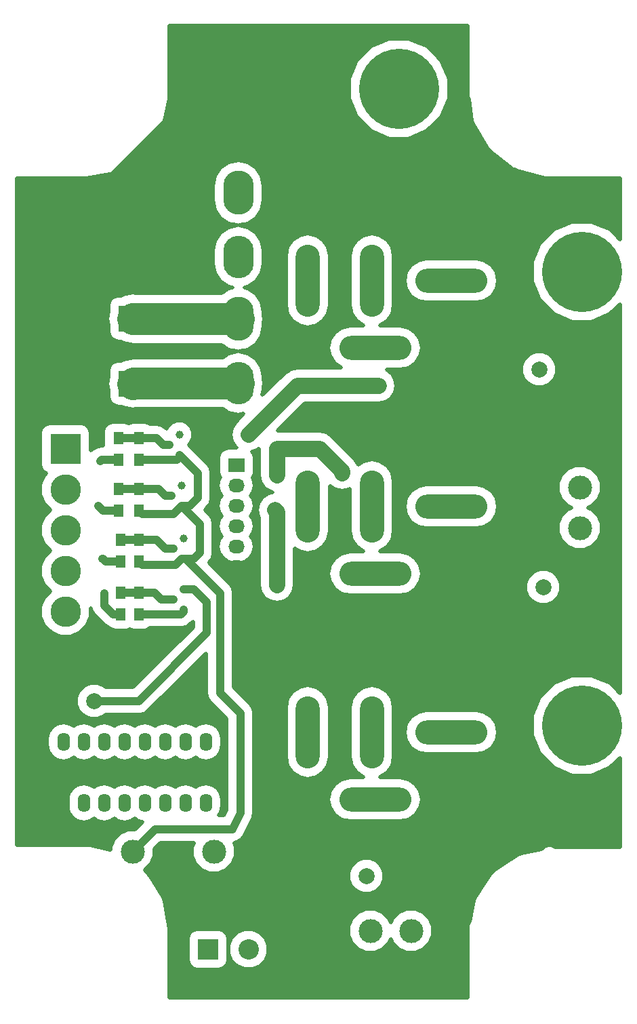
<source format=gbr>
G04 #@! TF.FileFunction,Copper,L1,Top,Signal*
%FSLAX46Y46*%
G04 Gerber Fmt 4.6, Leading zero omitted, Abs format (unit mm)*
G04 Created by KiCad (PCBNEW 4.0.6) date Monday, 02 August 2021 'AMt' 08:08:07*
%MOMM*%
%LPD*%
G01*
G04 APERTURE LIST*
%ADD10C,0.100000*%
%ADD11R,3.600000X3.200000*%
%ADD12C,1.998980*%
%ADD13O,3.800000X5.500000*%
%ADD14O,3.800000X5.300000*%
%ADD15C,1.000760*%
%ADD16R,1.300000X1.500000*%
%ADD17O,1.600000X2.300000*%
%ADD18C,3.000000*%
%ADD19O,9.000000X3.000000*%
%ADD20O,3.000000X9.000000*%
%ADD21R,2.540000X2.540000*%
%ADD22C,2.540000*%
%ADD23C,3.810000*%
%ADD24R,3.810000X3.810000*%
%ADD25C,10.000000*%
%ADD26R,2.032000X1.727200*%
%ADD27O,2.032000X1.727200*%
%ADD28C,0.600000*%
%ADD29C,2.000000*%
%ADD30C,4.000000*%
%ADD31C,1.000000*%
%ADD32C,0.500000*%
G04 APERTURE END LIST*
D10*
D11*
X17432000Y79693000D03*
X9232000Y79693000D03*
D12*
X4950000Y40069000D03*
X12570000Y40069000D03*
X68196000Y73851000D03*
X68196000Y81471000D03*
X68704000Y46673000D03*
X68704000Y54293000D03*
X54226000Y18225000D03*
X46606000Y18225000D03*
D13*
X30604000Y87757000D03*
D14*
X30604000Y79757000D03*
D15*
X22476000Y52769000D03*
X23746000Y54039000D03*
X23746000Y51499000D03*
X21968000Y72073000D03*
X23238000Y73343000D03*
X23238000Y70803000D03*
X22222000Y65723000D03*
X23492000Y66993000D03*
X23492000Y64453000D03*
X22476000Y59119000D03*
X23746000Y60389000D03*
X23746000Y57849000D03*
D16*
X15872000Y53611000D03*
X15872000Y50911000D03*
X15618000Y72915000D03*
X15618000Y70215000D03*
X15618000Y66565000D03*
X15618000Y63865000D03*
X15872000Y60215000D03*
X15872000Y57515000D03*
X18158000Y53611000D03*
X18158000Y50911000D03*
X18158000Y72915000D03*
X18158000Y70215000D03*
X18158000Y66565000D03*
X18158000Y63865000D03*
X18158000Y60215000D03*
X18158000Y57515000D03*
D17*
X8760000Y27369000D03*
X11300000Y27369000D03*
X13840000Y27369000D03*
X16380000Y27369000D03*
X18920000Y27369000D03*
X21460000Y27369000D03*
X24000000Y27369000D03*
X26540000Y27369000D03*
X26540000Y34989000D03*
X24000000Y34989000D03*
X21460000Y34989000D03*
X18920000Y34989000D03*
X16380000Y34989000D03*
X13840000Y34989000D03*
X11300000Y34989000D03*
X8760000Y34989000D03*
D11*
X17432000Y87821000D03*
X9232000Y87821000D03*
D13*
X30604000Y103505000D03*
D14*
X30604000Y95505000D03*
D18*
X27556000Y21273000D03*
X17396000Y21273000D03*
D19*
X47700000Y84169000D03*
X47700000Y100969000D03*
X57200000Y92569000D03*
D20*
X47300000Y92569000D03*
X39300000Y92569000D03*
D19*
X47700000Y55975000D03*
X47700000Y72775000D03*
X57200000Y64375000D03*
D20*
X47300000Y64375000D03*
X39300000Y64375000D03*
D19*
X47700000Y27781000D03*
X47700000Y44581000D03*
X57200000Y36181000D03*
D20*
X47300000Y36181000D03*
X39300000Y36181000D03*
D21*
X26794000Y9081000D03*
D22*
X31874000Y9081000D03*
X36954000Y9081000D03*
D23*
X9014000Y66485000D03*
X9014000Y61405000D03*
D24*
X9014000Y71565000D03*
D23*
X9014000Y56325000D03*
X9014000Y51245000D03*
X9014000Y46165000D03*
D18*
X52194000Y11367000D03*
X47114000Y11367000D03*
X73276000Y61659000D03*
X73276000Y66739000D03*
D25*
X73530000Y93663000D03*
X73530000Y37021000D03*
X50670000Y116523000D03*
X30096000Y116777000D03*
D26*
X30350000Y69533000D03*
D27*
X30350000Y66993000D03*
X30350000Y64453000D03*
X30350000Y61913000D03*
X30350000Y59373000D03*
X30350000Y56833000D03*
D28*
X31112000Y52261000D03*
X65656000Y100521000D03*
X13078000Y64453000D03*
X13840000Y53531000D03*
X13586000Y57849000D03*
X13332000Y70041000D03*
X48130000Y79439000D03*
X31874000Y73343000D03*
X35430000Y68263000D03*
X43558000Y68517000D03*
X35430000Y54547000D03*
X35176000Y63945000D03*
D29*
X4950000Y40069000D02*
X4950000Y42609000D01*
X3934000Y76899000D02*
X6728000Y79693000D01*
X3934000Y43625000D02*
X3934000Y76899000D01*
X4950000Y42609000D02*
X3934000Y43625000D01*
D30*
X4950000Y88075000D02*
X4950000Y81471000D01*
X6728000Y79693000D02*
X9232000Y79693000D01*
X4950000Y81471000D02*
X6728000Y79693000D01*
X4731998Y88075000D02*
X4950000Y88075000D01*
X4950000Y88075000D02*
X8978000Y88075000D01*
X8978000Y88075000D02*
X9232000Y87821000D01*
X6982000Y94933000D02*
X4731998Y92682998D01*
X4731998Y92682998D02*
X4731998Y88075000D01*
X30096000Y116777000D02*
X27556000Y114237000D01*
X27556000Y114237000D02*
X25524000Y114237000D01*
X25524000Y114237000D02*
X14094000Y102807000D01*
X14094000Y102807000D02*
X13078000Y102807000D01*
X13078000Y102807000D02*
X6982000Y96711000D01*
X6982000Y96711000D02*
X6982000Y94933000D01*
X30096000Y116777000D02*
X30096000Y115761000D01*
X30096000Y115761000D02*
X9268000Y94933000D01*
X9268000Y94933000D02*
X9268000Y87857000D01*
X30096000Y116777000D02*
X33906000Y116777000D01*
X33906000Y116777000D02*
X47700000Y102983000D01*
X47700000Y102983000D02*
X47700000Y100969000D01*
D29*
X34414000Y49721000D02*
X65656000Y49721000D01*
X31874000Y52261000D02*
X34414000Y49721000D01*
X31112000Y52261000D02*
X31874000Y52261000D01*
X65656000Y49721000D02*
X68704000Y46673000D01*
X68704000Y46673000D02*
X68196000Y46673000D01*
X68196000Y46673000D02*
X64640000Y43117000D01*
X64640000Y28639000D02*
X54226000Y18225000D01*
X64640000Y43117000D02*
X64640000Y28639000D01*
X68196000Y73851000D02*
X67434000Y73851000D01*
X67434000Y73851000D02*
X64132000Y70549000D01*
X64132000Y70549000D02*
X64132000Y51245000D01*
X64132000Y51245000D02*
X68704000Y46673000D01*
X64386000Y77661000D02*
X68196000Y73851000D01*
X64386000Y99251000D02*
X64386000Y77661000D01*
X65656000Y100521000D02*
X64386000Y99251000D01*
D30*
X9268000Y87857000D02*
X9232000Y87821000D01*
X9522000Y88111000D02*
X9232000Y87821000D01*
X9232000Y87821000D02*
X9232000Y79693000D01*
X30604000Y79757000D02*
X17496000Y79757000D01*
X17496000Y79757000D02*
X17432000Y79693000D01*
D31*
X23746000Y51499000D02*
X23746000Y51245000D01*
X23746000Y51245000D02*
X23412000Y50911000D01*
X23412000Y50911000D02*
X18158000Y50911000D01*
X26667000Y52388000D02*
X26667000Y48578000D01*
X26667000Y52388000D02*
X25016000Y54039000D01*
X23746000Y54039000D02*
X25016000Y54039000D01*
X18158000Y40069000D02*
X12570000Y40069000D01*
X26667000Y48578000D02*
X18158000Y40069000D01*
D30*
X30604000Y87757000D02*
X17496000Y87757000D01*
X17496000Y87757000D02*
X17432000Y87821000D01*
D31*
X30858000Y38545000D02*
X30858000Y26099000D01*
X28318000Y53531000D02*
X28318000Y41085000D01*
X28318000Y41085000D02*
X30858000Y38545000D01*
X24000000Y57849000D02*
X28318000Y53531000D01*
X20190000Y24067000D02*
X17396000Y21273000D01*
X29842000Y24067000D02*
X20190000Y24067000D01*
X30858000Y26099000D02*
X29842000Y24067000D01*
X23746000Y57849000D02*
X24000000Y57849000D01*
X22904000Y70215000D02*
X18158000Y70215000D01*
X23492000Y64453000D02*
X24508000Y64453000D01*
X25524000Y68517000D02*
X23238000Y70803000D01*
X25524000Y65469000D02*
X25524000Y68517000D01*
X24508000Y64453000D02*
X25524000Y65469000D01*
X23746000Y57849000D02*
X25016000Y57849000D01*
X25778000Y62167000D02*
X23492000Y64453000D01*
X25778000Y58611000D02*
X25778000Y62167000D01*
X25016000Y57849000D02*
X25778000Y58611000D01*
X23746000Y57849000D02*
X23492000Y57849000D01*
X23492000Y57849000D02*
X22730000Y57087000D01*
X22730000Y57087000D02*
X18586000Y57087000D01*
X18586000Y57087000D02*
X18158000Y57515000D01*
X23492000Y64453000D02*
X22476000Y63437000D01*
X22476000Y63437000D02*
X18586000Y63437000D01*
X18586000Y63437000D02*
X18158000Y63865000D01*
X23238000Y70803000D02*
X23238000Y70549000D01*
X23238000Y70549000D02*
X22904000Y70215000D01*
X15618000Y63865000D02*
X13666000Y63865000D01*
X13666000Y63865000D02*
X13078000Y64453000D01*
X15872000Y50911000D02*
X14936000Y50911000D01*
X13840000Y52007000D02*
X13840000Y53531000D01*
X14936000Y50911000D02*
X13840000Y52007000D01*
X15872000Y57515000D02*
X14014000Y57515000D01*
X13680000Y57849000D02*
X13586000Y57849000D01*
X14014000Y57515000D02*
X13680000Y57849000D01*
X15618000Y70215000D02*
X13506000Y70215000D01*
X13506000Y70215000D02*
X13332000Y70041000D01*
X18158000Y53611000D02*
X15872000Y53611000D01*
X22476000Y52769000D02*
X20952000Y52769000D01*
X20110000Y53611000D02*
X18158000Y53611000D01*
X20952000Y52769000D02*
X20110000Y53611000D01*
X18158000Y72915000D02*
X15618000Y72915000D01*
X21968000Y72073000D02*
X21206000Y72073000D01*
X20364000Y72915000D02*
X18158000Y72915000D01*
X21206000Y72073000D02*
X20364000Y72915000D01*
X18158000Y66565000D02*
X15618000Y66565000D01*
X18158000Y66565000D02*
X17824000Y66565000D01*
X22222000Y65723000D02*
X21460000Y65723000D01*
X20618000Y66565000D02*
X18158000Y66565000D01*
X21460000Y65723000D02*
X20618000Y66565000D01*
X18158000Y60215000D02*
X15872000Y60215000D01*
X22476000Y59119000D02*
X21460000Y59119000D01*
X20364000Y60215000D02*
X18158000Y60215000D01*
X21460000Y59119000D02*
X20364000Y60215000D01*
D29*
X37970000Y79439000D02*
X48130000Y79439000D01*
X31874000Y73343000D02*
X37970000Y79439000D01*
X35430000Y68263000D02*
X35430000Y71565000D01*
X35430000Y71565000D02*
X40764000Y71565000D01*
X43558000Y68771000D02*
X43558000Y68517000D01*
X40764000Y71565000D02*
X43558000Y68771000D01*
X35430000Y63691000D02*
X35430000Y54547000D01*
X35176000Y63945000D02*
X35430000Y63691000D01*
D32*
G36*
X59251000Y115761000D02*
X59351860Y115253944D01*
X59389702Y115197309D01*
X59765764Y112545062D01*
X59936808Y112057187D01*
X61754171Y108980540D01*
X62098897Y108595258D01*
X64955304Y106448281D01*
X65066761Y106394689D01*
X65421230Y106224248D01*
X68881817Y105333799D01*
X69048383Y105324545D01*
X69212000Y105292000D01*
X78301000Y105292000D01*
X78301000Y97730225D01*
X77074963Y98958403D01*
X74778656Y99911913D01*
X72292252Y99914083D01*
X69994284Y98964582D01*
X68234597Y97207963D01*
X67281087Y94911656D01*
X67278917Y92425252D01*
X68228418Y90127284D01*
X69985037Y88367597D01*
X72281344Y87414087D01*
X74767748Y87411917D01*
X77065716Y88361418D01*
X78301000Y89594548D01*
X78301000Y41088225D01*
X77074963Y42316403D01*
X74778656Y43269913D01*
X72292252Y43272083D01*
X69994284Y42322582D01*
X68234597Y40565963D01*
X67281087Y38269656D01*
X67278917Y35783252D01*
X68228418Y33485284D01*
X69985037Y31725597D01*
X72281344Y30772087D01*
X74767748Y30769917D01*
X77065716Y31719418D01*
X78301000Y32952548D01*
X78301000Y21836000D01*
X70202245Y21836000D01*
X69973055Y21989140D01*
X69466000Y22089999D01*
X68958945Y21989140D01*
X68529084Y21701916D01*
X68469867Y21613291D01*
X65962253Y21114495D01*
X65729423Y21018055D01*
X65484612Y20916651D01*
X65484610Y20916649D01*
X62518087Y18934483D01*
X62152519Y18568915D01*
X60170349Y15602388D01*
X59972506Y15124752D01*
X59458778Y12542070D01*
X59351860Y12382056D01*
X59251000Y11875000D01*
X59251000Y3040000D01*
X22023000Y3040000D01*
X22023000Y10351000D01*
X24249512Y10351000D01*
X24249512Y7811000D01*
X24336673Y7347778D01*
X24610437Y6922337D01*
X25028153Y6636924D01*
X25524000Y6536512D01*
X28064000Y6536512D01*
X28527222Y6623673D01*
X28952663Y6897437D01*
X29238076Y7315153D01*
X29338488Y7811000D01*
X29338488Y8581940D01*
X29353563Y8581940D01*
X29736402Y7655399D01*
X30444671Y6945893D01*
X31370542Y6561438D01*
X32373060Y6560563D01*
X33299601Y6943402D01*
X34009107Y7651671D01*
X34393562Y8577542D01*
X34394437Y9580060D01*
X34011598Y10506601D01*
X33696359Y10822391D01*
X44363523Y10822391D01*
X44781304Y9811285D01*
X45554216Y9037023D01*
X46564591Y8617478D01*
X47658609Y8616523D01*
X48669715Y9034304D01*
X49443977Y9807216D01*
X49653998Y10313003D01*
X49861304Y9811285D01*
X50634216Y9037023D01*
X51644591Y8617478D01*
X52738609Y8616523D01*
X53749715Y9034304D01*
X54523977Y9807216D01*
X54943522Y10817591D01*
X54944477Y11911609D01*
X54526696Y12922715D01*
X53753784Y13696977D01*
X52743409Y14116522D01*
X51649391Y14117477D01*
X50638285Y13699696D01*
X49864023Y12926784D01*
X49654002Y12420997D01*
X49446696Y12922715D01*
X48673784Y13696977D01*
X47663409Y14116522D01*
X46569391Y14117477D01*
X45558285Y13699696D01*
X44784023Y12926784D01*
X44364478Y11916409D01*
X44363523Y10822391D01*
X33696359Y10822391D01*
X33303329Y11216107D01*
X32377458Y11600562D01*
X31374940Y11601437D01*
X30448399Y11218598D01*
X29738893Y10510329D01*
X29354438Y9584458D01*
X29353563Y8581940D01*
X29338488Y8581940D01*
X29338488Y10351000D01*
X29251327Y10814222D01*
X28977563Y11239663D01*
X28559847Y11525076D01*
X28064000Y11625488D01*
X25524000Y11625488D01*
X25060778Y11538327D01*
X24635337Y11264563D01*
X24349924Y10846847D01*
X24249512Y10351000D01*
X22023000Y10351000D01*
X22023000Y11621000D01*
X21922140Y12128056D01*
X21909240Y12147362D01*
X21405373Y15107903D01*
X21220868Y15590848D01*
X19844788Y17779512D01*
X44356120Y17779512D01*
X44697863Y16952431D01*
X45330103Y16319087D01*
X46156586Y15975901D01*
X47051488Y15975120D01*
X47878569Y16316863D01*
X48511913Y16949103D01*
X48855099Y17775586D01*
X48855880Y18670488D01*
X48514137Y19497569D01*
X47881897Y20130913D01*
X47055414Y20474099D01*
X46160512Y20474880D01*
X45333431Y20133137D01*
X44700087Y19500897D01*
X44356901Y18674414D01*
X44356120Y17779512D01*
X19844788Y17779512D01*
X19321103Y18612435D01*
X18982184Y18970720D01*
X19725977Y19713216D01*
X20145522Y20723591D01*
X20146242Y21548368D01*
X20914874Y22317000D01*
X25011850Y22317000D01*
X24806478Y21822409D01*
X24805523Y20728391D01*
X25223304Y19717285D01*
X25996216Y18943023D01*
X27006591Y18523478D01*
X28100609Y18522523D01*
X29111715Y18940304D01*
X29885977Y19713216D01*
X30305522Y20723591D01*
X30306477Y21817609D01*
X30080528Y22364446D01*
X30117105Y22371722D01*
X30395399Y22406804D01*
X30450027Y22437944D01*
X30511696Y22450211D01*
X30744920Y22606046D01*
X30988603Y22744956D01*
X31027154Y22794629D01*
X31079437Y22829563D01*
X31235271Y23062785D01*
X31407248Y23284376D01*
X32423248Y25316376D01*
X32439856Y25377024D01*
X32474789Y25429304D01*
X32529511Y25704408D01*
X32603597Y25974944D01*
X32595733Y26037328D01*
X32608000Y26099000D01*
X32608000Y27781000D01*
X41837351Y27781000D01*
X42046682Y26728621D01*
X42642807Y25836456D01*
X43534972Y25240331D01*
X44587351Y25031000D01*
X50812649Y25031000D01*
X51865028Y25240331D01*
X52757193Y25836456D01*
X53353318Y26728621D01*
X53562649Y27781000D01*
X53353318Y28833379D01*
X52757193Y29725544D01*
X51865028Y30321669D01*
X50812649Y30531000D01*
X48357345Y30531000D01*
X49244544Y31123807D01*
X49840669Y32015972D01*
X50050000Y33068351D01*
X50050000Y36181000D01*
X51337351Y36181000D01*
X51546682Y35128621D01*
X52142807Y34236456D01*
X53034972Y33640331D01*
X54087351Y33431000D01*
X60312649Y33431000D01*
X61365028Y33640331D01*
X62257193Y34236456D01*
X62853318Y35128621D01*
X63062649Y36181000D01*
X62853318Y37233379D01*
X62257193Y38125544D01*
X61365028Y38721669D01*
X60312649Y38931000D01*
X54087351Y38931000D01*
X53034972Y38721669D01*
X52142807Y38125544D01*
X51546682Y37233379D01*
X51337351Y36181000D01*
X50050000Y36181000D01*
X50050000Y39293649D01*
X49840669Y40346028D01*
X49244544Y41238193D01*
X48352379Y41834318D01*
X47300000Y42043649D01*
X46247621Y41834318D01*
X45355456Y41238193D01*
X44759331Y40346028D01*
X44550000Y39293649D01*
X44550000Y33068351D01*
X44759331Y32015972D01*
X45355456Y31123807D01*
X46242655Y30531000D01*
X44587351Y30531000D01*
X43534972Y30321669D01*
X42642807Y29725544D01*
X42046682Y28833379D01*
X41837351Y27781000D01*
X32608000Y27781000D01*
X32608000Y38545000D01*
X32474789Y39214696D01*
X32422035Y39293649D01*
X36550000Y39293649D01*
X36550000Y33068351D01*
X36759331Y32015972D01*
X37355456Y31123807D01*
X38247621Y30527682D01*
X39300000Y30318351D01*
X40352379Y30527682D01*
X41244544Y31123807D01*
X41840669Y32015972D01*
X42050000Y33068351D01*
X42050000Y39293649D01*
X41840669Y40346028D01*
X41244544Y41238193D01*
X40352379Y41834318D01*
X39300000Y42043649D01*
X38247621Y41834318D01*
X37355456Y41238193D01*
X36759331Y40346028D01*
X36550000Y39293649D01*
X32422035Y39293649D01*
X32095437Y39782437D01*
X30068000Y41809874D01*
X30068000Y53531000D01*
X29934789Y54200696D01*
X29555437Y54768437D01*
X26982874Y57341000D01*
X27015437Y57373563D01*
X27394789Y57941304D01*
X27528000Y58611000D01*
X27528000Y62167000D01*
X27394789Y62836696D01*
X27015437Y63404437D01*
X26474874Y63945000D01*
X26761437Y64231563D01*
X27140789Y64799304D01*
X27274000Y65469000D01*
X27274000Y68517000D01*
X27140789Y69186696D01*
X26761437Y69754437D01*
X24722840Y71793034D01*
X24722765Y71793215D01*
X24443412Y72073056D01*
X24721035Y72350195D01*
X24988076Y72993300D01*
X24988683Y73689645D01*
X24722765Y74333215D01*
X24230805Y74826035D01*
X23587700Y75093076D01*
X22891355Y75093683D01*
X22247785Y74827765D01*
X21754965Y74335805D01*
X21656118Y74097756D01*
X21601437Y74152437D01*
X21033696Y74531789D01*
X20364000Y74665000D01*
X19558616Y74665000D01*
X19303847Y74839076D01*
X18808000Y74939488D01*
X17508000Y74939488D01*
X17044778Y74852327D01*
X16890113Y74752802D01*
X16763847Y74839076D01*
X16268000Y74939488D01*
X14968000Y74939488D01*
X14504778Y74852327D01*
X14079337Y74578563D01*
X13793924Y74160847D01*
X13693512Y73665000D01*
X13693512Y72165000D01*
X13731144Y71965000D01*
X13506000Y71965000D01*
X12836304Y71831789D01*
X12268563Y71452437D01*
X12193488Y71377362D01*
X12193488Y73470000D01*
X12106327Y73933222D01*
X11832563Y74358663D01*
X11414847Y74644076D01*
X10919000Y74744488D01*
X7109000Y74744488D01*
X6645778Y74657327D01*
X6220337Y74383563D01*
X5934924Y73965847D01*
X5834512Y73470000D01*
X5834512Y69660000D01*
X5921673Y69196778D01*
X6195437Y68771337D01*
X6577251Y68510455D01*
X6340881Y68274497D01*
X5859549Y67115322D01*
X5858454Y65860185D01*
X6337762Y64700171D01*
X7092155Y63944461D01*
X6340881Y63194497D01*
X5859549Y62035322D01*
X5858454Y60780185D01*
X6337762Y59620171D01*
X7092155Y58864461D01*
X6340881Y58114497D01*
X5859549Y56955322D01*
X5858454Y55700185D01*
X6337762Y54540171D01*
X7092155Y53784461D01*
X6340881Y53034497D01*
X5859549Y51875322D01*
X5858454Y50620185D01*
X6337762Y49460171D01*
X7224503Y48571881D01*
X8383678Y48090549D01*
X9638815Y48089454D01*
X10798829Y48568762D01*
X11687119Y49455503D01*
X12168451Y50614678D01*
X12169318Y51608243D01*
X12223211Y51337304D01*
X12602563Y50769563D01*
X13698563Y49673563D01*
X14266304Y49294211D01*
X14298480Y49287811D01*
X14308437Y49272337D01*
X14726153Y48986924D01*
X15222000Y48886512D01*
X16522000Y48886512D01*
X16985222Y48973673D01*
X17009079Y48989024D01*
X17012153Y48986924D01*
X17508000Y48886512D01*
X18808000Y48886512D01*
X19271222Y48973673D01*
X19562336Y49161000D01*
X23412000Y49161000D01*
X24081696Y49294211D01*
X24649437Y49673563D01*
X24917000Y49941126D01*
X24917000Y49302874D01*
X17433126Y41819000D01*
X14001538Y41819000D01*
X13845897Y41974913D01*
X13019414Y42318099D01*
X12124512Y42318880D01*
X11297431Y41977137D01*
X10664087Y41344897D01*
X10320901Y40518414D01*
X10320120Y39623512D01*
X10661863Y38796431D01*
X11294103Y38163087D01*
X12120586Y37819901D01*
X13015488Y37819120D01*
X13842569Y38160863D01*
X14000982Y38319000D01*
X18158000Y38319000D01*
X18827696Y38452211D01*
X19395437Y38831563D01*
X26568000Y46004126D01*
X26568000Y41085000D01*
X26701211Y40415304D01*
X27080563Y39847563D01*
X29108000Y37820126D01*
X29108000Y26512120D01*
X28760440Y25817000D01*
X28186406Y25817000D01*
X28433953Y26187480D01*
X28590000Y26971981D01*
X28590000Y27766019D01*
X28433953Y28550520D01*
X27989569Y29215588D01*
X27324501Y29659972D01*
X26540000Y29816019D01*
X25755499Y29659972D01*
X25270000Y29335572D01*
X24784501Y29659972D01*
X24000000Y29816019D01*
X23215499Y29659972D01*
X22730000Y29335572D01*
X22244501Y29659972D01*
X21460000Y29816019D01*
X20675499Y29659972D01*
X20190000Y29335572D01*
X19704501Y29659972D01*
X18920000Y29816019D01*
X18135499Y29659972D01*
X17650000Y29335572D01*
X17164501Y29659972D01*
X16380000Y29816019D01*
X15595499Y29659972D01*
X15110000Y29335572D01*
X14624501Y29659972D01*
X13840000Y29816019D01*
X13055499Y29659972D01*
X12570000Y29335572D01*
X12084501Y29659972D01*
X11300000Y29816019D01*
X10515499Y29659972D01*
X9850431Y29215588D01*
X9406047Y28550520D01*
X9250000Y27766019D01*
X9250000Y26971981D01*
X9406047Y26187480D01*
X9850431Y25522412D01*
X10515499Y25078028D01*
X11300000Y24921981D01*
X12084501Y25078028D01*
X12570000Y25402428D01*
X13055499Y25078028D01*
X13840000Y24921981D01*
X14624501Y25078028D01*
X15110000Y25402428D01*
X15595499Y25078028D01*
X16380000Y24921981D01*
X17164501Y25078028D01*
X17650000Y25402428D01*
X18135499Y25078028D01*
X18628158Y24980032D01*
X17670888Y24022762D01*
X16851391Y24023477D01*
X15840285Y23605696D01*
X15066023Y22832784D01*
X14646478Y21822409D01*
X14646177Y21477027D01*
X12102479Y22056862D01*
X11953839Y22060991D01*
X11808000Y22090000D01*
X2973000Y22090000D01*
X2973000Y35386019D01*
X6710000Y35386019D01*
X6710000Y34591981D01*
X6866047Y33807480D01*
X7310431Y33142412D01*
X7975499Y32698028D01*
X8760000Y32541981D01*
X9544501Y32698028D01*
X10030000Y33022428D01*
X10515499Y32698028D01*
X11300000Y32541981D01*
X12084501Y32698028D01*
X12570000Y33022428D01*
X13055499Y32698028D01*
X13840000Y32541981D01*
X14624501Y32698028D01*
X15110000Y33022428D01*
X15595499Y32698028D01*
X16380000Y32541981D01*
X17164501Y32698028D01*
X17650000Y33022428D01*
X18135499Y32698028D01*
X18920000Y32541981D01*
X19704501Y32698028D01*
X20190000Y33022428D01*
X20675499Y32698028D01*
X21460000Y32541981D01*
X22244501Y32698028D01*
X22730000Y33022428D01*
X23215499Y32698028D01*
X24000000Y32541981D01*
X24784501Y32698028D01*
X25270000Y33022428D01*
X25755499Y32698028D01*
X26540000Y32541981D01*
X27324501Y32698028D01*
X27989569Y33142412D01*
X28433953Y33807480D01*
X28590000Y34591981D01*
X28590000Y35386019D01*
X28433953Y36170520D01*
X27989569Y36835588D01*
X27324501Y37279972D01*
X26540000Y37436019D01*
X25755499Y37279972D01*
X25270000Y36955572D01*
X24784501Y37279972D01*
X24000000Y37436019D01*
X23215499Y37279972D01*
X22730000Y36955572D01*
X22244501Y37279972D01*
X21460000Y37436019D01*
X20675499Y37279972D01*
X20190000Y36955572D01*
X19704501Y37279972D01*
X18920000Y37436019D01*
X18135499Y37279972D01*
X17650000Y36955572D01*
X17164501Y37279972D01*
X16380000Y37436019D01*
X15595499Y37279972D01*
X15110000Y36955572D01*
X14624501Y37279972D01*
X13840000Y37436019D01*
X13055499Y37279972D01*
X12570000Y36955572D01*
X12084501Y37279972D01*
X11300000Y37436019D01*
X10515499Y37279972D01*
X10030000Y36955572D01*
X9544501Y37279972D01*
X8760000Y37436019D01*
X7975499Y37279972D01*
X7310431Y36835588D01*
X6866047Y36170520D01*
X6710000Y35386019D01*
X2973000Y35386019D01*
X2973000Y87821000D01*
X14182000Y87821000D01*
X14357512Y86938643D01*
X14357512Y86221000D01*
X14444673Y85757778D01*
X14718437Y85332337D01*
X15136153Y85046924D01*
X15632000Y84946512D01*
X15964751Y84946512D01*
X16252279Y84754392D01*
X17496000Y84507000D01*
X28517667Y84507000D01*
X29398547Y83918414D01*
X30466324Y83706020D01*
X29398547Y83493627D01*
X28670260Y83007000D01*
X17496000Y83007000D01*
X16252279Y82759608D01*
X15964751Y82567488D01*
X15632000Y82567488D01*
X15168778Y82480327D01*
X14743337Y82206563D01*
X14457924Y81788847D01*
X14357512Y81293000D01*
X14357512Y80575357D01*
X14182000Y79693000D01*
X14357512Y78810643D01*
X14357512Y78093000D01*
X14444673Y77629778D01*
X14718437Y77204337D01*
X15136153Y76918924D01*
X15632000Y76818512D01*
X15996534Y76818512D01*
X16188279Y76690392D01*
X17432000Y76443000D01*
X17753749Y76507000D01*
X28670260Y76507000D01*
X29398547Y76020373D01*
X30604000Y75780594D01*
X31260125Y75911105D01*
X30283010Y74933990D01*
X29795271Y74204038D01*
X29624000Y73343000D01*
X29795271Y72481962D01*
X30283010Y71752010D01*
X30404118Y71671088D01*
X29334000Y71671088D01*
X28870778Y71583927D01*
X28445337Y71310163D01*
X28159924Y70892447D01*
X28059512Y70396600D01*
X28059512Y68669400D01*
X28146673Y68206178D01*
X28305619Y67959170D01*
X28200494Y67801840D01*
X28039606Y66993000D01*
X28200494Y66184160D01*
X28508631Y65723000D01*
X28200494Y65261840D01*
X28039606Y64453000D01*
X28200494Y63644160D01*
X28508631Y63183000D01*
X28200494Y62721840D01*
X28039606Y61913000D01*
X28200494Y61104160D01*
X28508631Y60643000D01*
X28200494Y60181840D01*
X28039606Y59373000D01*
X28200494Y58564160D01*
X28658665Y57878459D01*
X29344366Y57420288D01*
X30153206Y57259400D01*
X30546794Y57259400D01*
X31355634Y57420288D01*
X32041335Y57878459D01*
X32499506Y58564160D01*
X32660394Y59373000D01*
X32499506Y60181840D01*
X32191369Y60643000D01*
X32499506Y61104160D01*
X32660394Y61913000D01*
X32499506Y62721840D01*
X32191369Y63183000D01*
X32499506Y63644160D01*
X32660394Y64453000D01*
X32499506Y65261840D01*
X32191369Y65723000D01*
X32499506Y66184160D01*
X32660394Y66993000D01*
X32499506Y67801840D01*
X32393992Y67959752D01*
X32540076Y68173553D01*
X32640488Y68669400D01*
X32640488Y70396600D01*
X32553327Y70859822D01*
X32343222Y71186334D01*
X32735038Y71264271D01*
X33180000Y71561586D01*
X33180000Y68263000D01*
X33351271Y67401962D01*
X33839010Y66672010D01*
X34568962Y66184271D01*
X34845512Y66129262D01*
X34314962Y66023729D01*
X33585010Y65535990D01*
X33097271Y64806038D01*
X32926000Y63945000D01*
X33097271Y63083962D01*
X33180000Y62960149D01*
X33180000Y54547000D01*
X33351271Y53685962D01*
X33839010Y52956010D01*
X34568962Y52468271D01*
X35430000Y52297000D01*
X36291038Y52468271D01*
X37020990Y52956010D01*
X37508729Y53685962D01*
X37680000Y54547000D01*
X37680000Y59100954D01*
X38247621Y58721682D01*
X39300000Y58512351D01*
X40352379Y58721682D01*
X41244544Y59317807D01*
X41840669Y60209972D01*
X42050000Y61262351D01*
X42050000Y66870558D01*
X42696962Y66438271D01*
X43558000Y66267000D01*
X44419038Y66438271D01*
X44550000Y66525777D01*
X44550000Y61262351D01*
X44759331Y60209972D01*
X45355456Y59317807D01*
X46242655Y58725000D01*
X44587351Y58725000D01*
X43534972Y58515669D01*
X42642807Y57919544D01*
X42046682Y57027379D01*
X41837351Y55975000D01*
X42046682Y54922621D01*
X42642807Y54030456D01*
X43534972Y53434331D01*
X44587351Y53225000D01*
X50812649Y53225000D01*
X51865028Y53434331D01*
X52483397Y53847512D01*
X66454120Y53847512D01*
X66795863Y53020431D01*
X67428103Y52387087D01*
X68254586Y52043901D01*
X69149488Y52043120D01*
X69976569Y52384863D01*
X70609913Y53017103D01*
X70953099Y53843586D01*
X70953880Y54738488D01*
X70612137Y55565569D01*
X69979897Y56198913D01*
X69153414Y56542099D01*
X68258512Y56542880D01*
X67431431Y56201137D01*
X66798087Y55568897D01*
X66454901Y54742414D01*
X66454120Y53847512D01*
X52483397Y53847512D01*
X52757193Y54030456D01*
X53353318Y54922621D01*
X53562649Y55975000D01*
X53353318Y57027379D01*
X52757193Y57919544D01*
X51865028Y58515669D01*
X50812649Y58725000D01*
X48357345Y58725000D01*
X49244544Y59317807D01*
X49840669Y60209972D01*
X50050000Y61262351D01*
X50050000Y64375000D01*
X51337351Y64375000D01*
X51546682Y63322621D01*
X52142807Y62430456D01*
X53034972Y61834331D01*
X54087351Y61625000D01*
X60312649Y61625000D01*
X61365028Y61834331D01*
X62257193Y62430456D01*
X62853318Y63322621D01*
X63062649Y64375000D01*
X62853318Y65427379D01*
X62340818Y66194391D01*
X70525523Y66194391D01*
X70943304Y65183285D01*
X71716216Y64409023D01*
X72222003Y64199002D01*
X71720285Y63991696D01*
X70946023Y63218784D01*
X70526478Y62208409D01*
X70525523Y61114391D01*
X70943304Y60103285D01*
X71716216Y59329023D01*
X72726591Y58909478D01*
X73820609Y58908523D01*
X74831715Y59326304D01*
X75605977Y60099216D01*
X76025522Y61109591D01*
X76026477Y62203609D01*
X75608696Y63214715D01*
X74835784Y63988977D01*
X74329997Y64198998D01*
X74831715Y64406304D01*
X75605977Y65179216D01*
X76025522Y66189591D01*
X76026477Y67283609D01*
X75608696Y68294715D01*
X74835784Y69068977D01*
X73825409Y69488522D01*
X72731391Y69489477D01*
X71720285Y69071696D01*
X70946023Y68298784D01*
X70526478Y67288409D01*
X70525523Y66194391D01*
X62340818Y66194391D01*
X62257193Y66319544D01*
X61365028Y66915669D01*
X60312649Y67125000D01*
X54087351Y67125000D01*
X53034972Y66915669D01*
X52142807Y66319544D01*
X51546682Y65427379D01*
X51337351Y64375000D01*
X50050000Y64375000D01*
X50050000Y67487649D01*
X49840669Y68540028D01*
X49244544Y69432193D01*
X48352379Y70028318D01*
X47300000Y70237649D01*
X46247621Y70028318D01*
X45638819Y69621530D01*
X45636729Y69632038D01*
X45148990Y70361990D01*
X42354990Y73155990D01*
X41625038Y73643729D01*
X40764000Y73815000D01*
X35527980Y73815000D01*
X38901980Y77189000D01*
X48130000Y77189000D01*
X48991038Y77360271D01*
X49720990Y77848010D01*
X50208729Y78577962D01*
X50380000Y79439000D01*
X50208729Y80300038D01*
X49723983Y81025512D01*
X65946120Y81025512D01*
X66287863Y80198431D01*
X66920103Y79565087D01*
X67746586Y79221901D01*
X68641488Y79221120D01*
X69468569Y79562863D01*
X70101913Y80195103D01*
X70445099Y81021586D01*
X70445880Y81916488D01*
X70104137Y82743569D01*
X69471897Y83376913D01*
X68645414Y83720099D01*
X67750512Y83720880D01*
X66923431Y83379137D01*
X66290087Y82746897D01*
X65946901Y81920414D01*
X65946120Y81025512D01*
X49723983Y81025512D01*
X49720990Y81029990D01*
X49138796Y81419000D01*
X50812649Y81419000D01*
X51865028Y81628331D01*
X52757193Y82224456D01*
X53353318Y83116621D01*
X53562649Y84169000D01*
X53353318Y85221379D01*
X52757193Y86113544D01*
X51865028Y86709669D01*
X50812649Y86919000D01*
X48357345Y86919000D01*
X49244544Y87511807D01*
X49840669Y88403972D01*
X50050000Y89456351D01*
X50050000Y92569000D01*
X51337351Y92569000D01*
X51546682Y91516621D01*
X52142807Y90624456D01*
X53034972Y90028331D01*
X54087351Y89819000D01*
X60312649Y89819000D01*
X61365028Y90028331D01*
X62257193Y90624456D01*
X62853318Y91516621D01*
X63062649Y92569000D01*
X62853318Y93621379D01*
X62257193Y94513544D01*
X61365028Y95109669D01*
X60312649Y95319000D01*
X54087351Y95319000D01*
X53034972Y95109669D01*
X52142807Y94513544D01*
X51546682Y93621379D01*
X51337351Y92569000D01*
X50050000Y92569000D01*
X50050000Y95681649D01*
X49840669Y96734028D01*
X49244544Y97626193D01*
X48352379Y98222318D01*
X47300000Y98431649D01*
X46247621Y98222318D01*
X45355456Y97626193D01*
X44759331Y96734028D01*
X44550000Y95681649D01*
X44550000Y89456351D01*
X44759331Y88403972D01*
X45355456Y87511807D01*
X46242655Y86919000D01*
X44587351Y86919000D01*
X43534972Y86709669D01*
X42642807Y86113544D01*
X42046682Y85221379D01*
X41837351Y84169000D01*
X42046682Y83116621D01*
X42642807Y82224456D01*
X43444174Y81689000D01*
X37970000Y81689000D01*
X37108962Y81517729D01*
X36772632Y81293000D01*
X36379010Y81029990D01*
X33623489Y78274469D01*
X33754000Y78930594D01*
X33754000Y79254267D01*
X33854000Y79757000D01*
X33754000Y80259733D01*
X33754000Y80583406D01*
X33514221Y81788859D01*
X32831386Y82810792D01*
X31809453Y83493627D01*
X30741676Y83706020D01*
X31809453Y83918414D01*
X32831386Y84601249D01*
X33514221Y85623182D01*
X33754000Y86828635D01*
X33754000Y87254267D01*
X33854000Y87757000D01*
X33754000Y88259733D01*
X33754000Y88685365D01*
X33514221Y89890818D01*
X32831386Y90912751D01*
X31809453Y91595586D01*
X31375123Y91681979D01*
X31809453Y91768373D01*
X32831386Y92451208D01*
X33514221Y93473141D01*
X33754000Y94678594D01*
X33754000Y95681649D01*
X36550000Y95681649D01*
X36550000Y89456351D01*
X36759331Y88403972D01*
X37355456Y87511807D01*
X38247621Y86915682D01*
X39300000Y86706351D01*
X40352379Y86915682D01*
X41244544Y87511807D01*
X41840669Y88403972D01*
X42050000Y89456351D01*
X42050000Y95681649D01*
X41840669Y96734028D01*
X41244544Y97626193D01*
X40352379Y98222318D01*
X39300000Y98431649D01*
X38247621Y98222318D01*
X37355456Y97626193D01*
X36759331Y96734028D01*
X36550000Y95681649D01*
X33754000Y95681649D01*
X33754000Y96331406D01*
X33514221Y97536859D01*
X32831386Y98558792D01*
X31809453Y99241627D01*
X30741676Y99454020D01*
X31809453Y99666414D01*
X32831386Y100349249D01*
X33514221Y101371182D01*
X33754000Y102576635D01*
X33754000Y104433365D01*
X33514221Y105638818D01*
X32831386Y106660751D01*
X31809453Y107343586D01*
X30604000Y107583365D01*
X29398547Y107343586D01*
X28376614Y106660751D01*
X27693779Y105638818D01*
X27454000Y104433365D01*
X27454000Y102576635D01*
X27693779Y101371182D01*
X28376614Y100349249D01*
X29398547Y99666414D01*
X30466324Y99454020D01*
X29398547Y99241627D01*
X28376614Y98558792D01*
X27693779Y97536859D01*
X27454000Y96331406D01*
X27454000Y94678594D01*
X27693779Y93473141D01*
X28376614Y92451208D01*
X29398547Y91768373D01*
X29832877Y91681979D01*
X29398547Y91595586D01*
X28517667Y91007000D01*
X17753749Y91007000D01*
X17432000Y91071000D01*
X16188279Y90823608D01*
X15996534Y90695488D01*
X15632000Y90695488D01*
X15168778Y90608327D01*
X14743337Y90334563D01*
X14457924Y89916847D01*
X14357512Y89421000D01*
X14357512Y88703357D01*
X14182000Y87821000D01*
X2973000Y87821000D01*
X2973000Y105292000D01*
X11554000Y105292000D01*
X12061056Y105392860D01*
X12080362Y105405760D01*
X15040902Y105909627D01*
X15523848Y106094131D01*
X18545434Y107993897D01*
X18652462Y108095140D01*
X18921011Y108349172D01*
X20985585Y111260639D01*
X21012942Y111321821D01*
X21196615Y111732598D01*
X21989862Y115212520D01*
X21991882Y115285252D01*
X44418917Y115285252D01*
X45368418Y112987284D01*
X47125037Y111227597D01*
X49421344Y110274087D01*
X51907748Y110271917D01*
X54205716Y111221418D01*
X55965403Y112978037D01*
X56918913Y115274344D01*
X56921083Y117760748D01*
X55971582Y120058716D01*
X54214963Y121818403D01*
X51918656Y122771913D01*
X49432252Y122774083D01*
X47134284Y121824582D01*
X45374597Y120067963D01*
X44421087Y117771656D01*
X44418917Y115285252D01*
X21991882Y115285252D01*
X21993991Y115361162D01*
X22023000Y115507000D01*
X22023000Y124342000D01*
X59251000Y124342000D01*
X59251000Y115761000D01*
X59251000Y115761000D01*
G37*
X59251000Y115761000D02*
X59351860Y115253944D01*
X59389702Y115197309D01*
X59765764Y112545062D01*
X59936808Y112057187D01*
X61754171Y108980540D01*
X62098897Y108595258D01*
X64955304Y106448281D01*
X65066761Y106394689D01*
X65421230Y106224248D01*
X68881817Y105333799D01*
X69048383Y105324545D01*
X69212000Y105292000D01*
X78301000Y105292000D01*
X78301000Y97730225D01*
X77074963Y98958403D01*
X74778656Y99911913D01*
X72292252Y99914083D01*
X69994284Y98964582D01*
X68234597Y97207963D01*
X67281087Y94911656D01*
X67278917Y92425252D01*
X68228418Y90127284D01*
X69985037Y88367597D01*
X72281344Y87414087D01*
X74767748Y87411917D01*
X77065716Y88361418D01*
X78301000Y89594548D01*
X78301000Y41088225D01*
X77074963Y42316403D01*
X74778656Y43269913D01*
X72292252Y43272083D01*
X69994284Y42322582D01*
X68234597Y40565963D01*
X67281087Y38269656D01*
X67278917Y35783252D01*
X68228418Y33485284D01*
X69985037Y31725597D01*
X72281344Y30772087D01*
X74767748Y30769917D01*
X77065716Y31719418D01*
X78301000Y32952548D01*
X78301000Y21836000D01*
X70202245Y21836000D01*
X69973055Y21989140D01*
X69466000Y22089999D01*
X68958945Y21989140D01*
X68529084Y21701916D01*
X68469867Y21613291D01*
X65962253Y21114495D01*
X65729423Y21018055D01*
X65484612Y20916651D01*
X65484610Y20916649D01*
X62518087Y18934483D01*
X62152519Y18568915D01*
X60170349Y15602388D01*
X59972506Y15124752D01*
X59458778Y12542070D01*
X59351860Y12382056D01*
X59251000Y11875000D01*
X59251000Y3040000D01*
X22023000Y3040000D01*
X22023000Y10351000D01*
X24249512Y10351000D01*
X24249512Y7811000D01*
X24336673Y7347778D01*
X24610437Y6922337D01*
X25028153Y6636924D01*
X25524000Y6536512D01*
X28064000Y6536512D01*
X28527222Y6623673D01*
X28952663Y6897437D01*
X29238076Y7315153D01*
X29338488Y7811000D01*
X29338488Y8581940D01*
X29353563Y8581940D01*
X29736402Y7655399D01*
X30444671Y6945893D01*
X31370542Y6561438D01*
X32373060Y6560563D01*
X33299601Y6943402D01*
X34009107Y7651671D01*
X34393562Y8577542D01*
X34394437Y9580060D01*
X34011598Y10506601D01*
X33696359Y10822391D01*
X44363523Y10822391D01*
X44781304Y9811285D01*
X45554216Y9037023D01*
X46564591Y8617478D01*
X47658609Y8616523D01*
X48669715Y9034304D01*
X49443977Y9807216D01*
X49653998Y10313003D01*
X49861304Y9811285D01*
X50634216Y9037023D01*
X51644591Y8617478D01*
X52738609Y8616523D01*
X53749715Y9034304D01*
X54523977Y9807216D01*
X54943522Y10817591D01*
X54944477Y11911609D01*
X54526696Y12922715D01*
X53753784Y13696977D01*
X52743409Y14116522D01*
X51649391Y14117477D01*
X50638285Y13699696D01*
X49864023Y12926784D01*
X49654002Y12420997D01*
X49446696Y12922715D01*
X48673784Y13696977D01*
X47663409Y14116522D01*
X46569391Y14117477D01*
X45558285Y13699696D01*
X44784023Y12926784D01*
X44364478Y11916409D01*
X44363523Y10822391D01*
X33696359Y10822391D01*
X33303329Y11216107D01*
X32377458Y11600562D01*
X31374940Y11601437D01*
X30448399Y11218598D01*
X29738893Y10510329D01*
X29354438Y9584458D01*
X29353563Y8581940D01*
X29338488Y8581940D01*
X29338488Y10351000D01*
X29251327Y10814222D01*
X28977563Y11239663D01*
X28559847Y11525076D01*
X28064000Y11625488D01*
X25524000Y11625488D01*
X25060778Y11538327D01*
X24635337Y11264563D01*
X24349924Y10846847D01*
X24249512Y10351000D01*
X22023000Y10351000D01*
X22023000Y11621000D01*
X21922140Y12128056D01*
X21909240Y12147362D01*
X21405373Y15107903D01*
X21220868Y15590848D01*
X19844788Y17779512D01*
X44356120Y17779512D01*
X44697863Y16952431D01*
X45330103Y16319087D01*
X46156586Y15975901D01*
X47051488Y15975120D01*
X47878569Y16316863D01*
X48511913Y16949103D01*
X48855099Y17775586D01*
X48855880Y18670488D01*
X48514137Y19497569D01*
X47881897Y20130913D01*
X47055414Y20474099D01*
X46160512Y20474880D01*
X45333431Y20133137D01*
X44700087Y19500897D01*
X44356901Y18674414D01*
X44356120Y17779512D01*
X19844788Y17779512D01*
X19321103Y18612435D01*
X18982184Y18970720D01*
X19725977Y19713216D01*
X20145522Y20723591D01*
X20146242Y21548368D01*
X20914874Y22317000D01*
X25011850Y22317000D01*
X24806478Y21822409D01*
X24805523Y20728391D01*
X25223304Y19717285D01*
X25996216Y18943023D01*
X27006591Y18523478D01*
X28100609Y18522523D01*
X29111715Y18940304D01*
X29885977Y19713216D01*
X30305522Y20723591D01*
X30306477Y21817609D01*
X30080528Y22364446D01*
X30117105Y22371722D01*
X30395399Y22406804D01*
X30450027Y22437944D01*
X30511696Y22450211D01*
X30744920Y22606046D01*
X30988603Y22744956D01*
X31027154Y22794629D01*
X31079437Y22829563D01*
X31235271Y23062785D01*
X31407248Y23284376D01*
X32423248Y25316376D01*
X32439856Y25377024D01*
X32474789Y25429304D01*
X32529511Y25704408D01*
X32603597Y25974944D01*
X32595733Y26037328D01*
X32608000Y26099000D01*
X32608000Y27781000D01*
X41837351Y27781000D01*
X42046682Y26728621D01*
X42642807Y25836456D01*
X43534972Y25240331D01*
X44587351Y25031000D01*
X50812649Y25031000D01*
X51865028Y25240331D01*
X52757193Y25836456D01*
X53353318Y26728621D01*
X53562649Y27781000D01*
X53353318Y28833379D01*
X52757193Y29725544D01*
X51865028Y30321669D01*
X50812649Y30531000D01*
X48357345Y30531000D01*
X49244544Y31123807D01*
X49840669Y32015972D01*
X50050000Y33068351D01*
X50050000Y36181000D01*
X51337351Y36181000D01*
X51546682Y35128621D01*
X52142807Y34236456D01*
X53034972Y33640331D01*
X54087351Y33431000D01*
X60312649Y33431000D01*
X61365028Y33640331D01*
X62257193Y34236456D01*
X62853318Y35128621D01*
X63062649Y36181000D01*
X62853318Y37233379D01*
X62257193Y38125544D01*
X61365028Y38721669D01*
X60312649Y38931000D01*
X54087351Y38931000D01*
X53034972Y38721669D01*
X52142807Y38125544D01*
X51546682Y37233379D01*
X51337351Y36181000D01*
X50050000Y36181000D01*
X50050000Y39293649D01*
X49840669Y40346028D01*
X49244544Y41238193D01*
X48352379Y41834318D01*
X47300000Y42043649D01*
X46247621Y41834318D01*
X45355456Y41238193D01*
X44759331Y40346028D01*
X44550000Y39293649D01*
X44550000Y33068351D01*
X44759331Y32015972D01*
X45355456Y31123807D01*
X46242655Y30531000D01*
X44587351Y30531000D01*
X43534972Y30321669D01*
X42642807Y29725544D01*
X42046682Y28833379D01*
X41837351Y27781000D01*
X32608000Y27781000D01*
X32608000Y38545000D01*
X32474789Y39214696D01*
X32422035Y39293649D01*
X36550000Y39293649D01*
X36550000Y33068351D01*
X36759331Y32015972D01*
X37355456Y31123807D01*
X38247621Y30527682D01*
X39300000Y30318351D01*
X40352379Y30527682D01*
X41244544Y31123807D01*
X41840669Y32015972D01*
X42050000Y33068351D01*
X42050000Y39293649D01*
X41840669Y40346028D01*
X41244544Y41238193D01*
X40352379Y41834318D01*
X39300000Y42043649D01*
X38247621Y41834318D01*
X37355456Y41238193D01*
X36759331Y40346028D01*
X36550000Y39293649D01*
X32422035Y39293649D01*
X32095437Y39782437D01*
X30068000Y41809874D01*
X30068000Y53531000D01*
X29934789Y54200696D01*
X29555437Y54768437D01*
X26982874Y57341000D01*
X27015437Y57373563D01*
X27394789Y57941304D01*
X27528000Y58611000D01*
X27528000Y62167000D01*
X27394789Y62836696D01*
X27015437Y63404437D01*
X26474874Y63945000D01*
X26761437Y64231563D01*
X27140789Y64799304D01*
X27274000Y65469000D01*
X27274000Y68517000D01*
X27140789Y69186696D01*
X26761437Y69754437D01*
X24722840Y71793034D01*
X24722765Y71793215D01*
X24443412Y72073056D01*
X24721035Y72350195D01*
X24988076Y72993300D01*
X24988683Y73689645D01*
X24722765Y74333215D01*
X24230805Y74826035D01*
X23587700Y75093076D01*
X22891355Y75093683D01*
X22247785Y74827765D01*
X21754965Y74335805D01*
X21656118Y74097756D01*
X21601437Y74152437D01*
X21033696Y74531789D01*
X20364000Y74665000D01*
X19558616Y74665000D01*
X19303847Y74839076D01*
X18808000Y74939488D01*
X17508000Y74939488D01*
X17044778Y74852327D01*
X16890113Y74752802D01*
X16763847Y74839076D01*
X16268000Y74939488D01*
X14968000Y74939488D01*
X14504778Y74852327D01*
X14079337Y74578563D01*
X13793924Y74160847D01*
X13693512Y73665000D01*
X13693512Y72165000D01*
X13731144Y71965000D01*
X13506000Y71965000D01*
X12836304Y71831789D01*
X12268563Y71452437D01*
X12193488Y71377362D01*
X12193488Y73470000D01*
X12106327Y73933222D01*
X11832563Y74358663D01*
X11414847Y74644076D01*
X10919000Y74744488D01*
X7109000Y74744488D01*
X6645778Y74657327D01*
X6220337Y74383563D01*
X5934924Y73965847D01*
X5834512Y73470000D01*
X5834512Y69660000D01*
X5921673Y69196778D01*
X6195437Y68771337D01*
X6577251Y68510455D01*
X6340881Y68274497D01*
X5859549Y67115322D01*
X5858454Y65860185D01*
X6337762Y64700171D01*
X7092155Y63944461D01*
X6340881Y63194497D01*
X5859549Y62035322D01*
X5858454Y60780185D01*
X6337762Y59620171D01*
X7092155Y58864461D01*
X6340881Y58114497D01*
X5859549Y56955322D01*
X5858454Y55700185D01*
X6337762Y54540171D01*
X7092155Y53784461D01*
X6340881Y53034497D01*
X5859549Y51875322D01*
X5858454Y50620185D01*
X6337762Y49460171D01*
X7224503Y48571881D01*
X8383678Y48090549D01*
X9638815Y48089454D01*
X10798829Y48568762D01*
X11687119Y49455503D01*
X12168451Y50614678D01*
X12169318Y51608243D01*
X12223211Y51337304D01*
X12602563Y50769563D01*
X13698563Y49673563D01*
X14266304Y49294211D01*
X14298480Y49287811D01*
X14308437Y49272337D01*
X14726153Y48986924D01*
X15222000Y48886512D01*
X16522000Y48886512D01*
X16985222Y48973673D01*
X17009079Y48989024D01*
X17012153Y48986924D01*
X17508000Y48886512D01*
X18808000Y48886512D01*
X19271222Y48973673D01*
X19562336Y49161000D01*
X23412000Y49161000D01*
X24081696Y49294211D01*
X24649437Y49673563D01*
X24917000Y49941126D01*
X24917000Y49302874D01*
X17433126Y41819000D01*
X14001538Y41819000D01*
X13845897Y41974913D01*
X13019414Y42318099D01*
X12124512Y42318880D01*
X11297431Y41977137D01*
X10664087Y41344897D01*
X10320901Y40518414D01*
X10320120Y39623512D01*
X10661863Y38796431D01*
X11294103Y38163087D01*
X12120586Y37819901D01*
X13015488Y37819120D01*
X13842569Y38160863D01*
X14000982Y38319000D01*
X18158000Y38319000D01*
X18827696Y38452211D01*
X19395437Y38831563D01*
X26568000Y46004126D01*
X26568000Y41085000D01*
X26701211Y40415304D01*
X27080563Y39847563D01*
X29108000Y37820126D01*
X29108000Y26512120D01*
X28760440Y25817000D01*
X28186406Y25817000D01*
X28433953Y26187480D01*
X28590000Y26971981D01*
X28590000Y27766019D01*
X28433953Y28550520D01*
X27989569Y29215588D01*
X27324501Y29659972D01*
X26540000Y29816019D01*
X25755499Y29659972D01*
X25270000Y29335572D01*
X24784501Y29659972D01*
X24000000Y29816019D01*
X23215499Y29659972D01*
X22730000Y29335572D01*
X22244501Y29659972D01*
X21460000Y29816019D01*
X20675499Y29659972D01*
X20190000Y29335572D01*
X19704501Y29659972D01*
X18920000Y29816019D01*
X18135499Y29659972D01*
X17650000Y29335572D01*
X17164501Y29659972D01*
X16380000Y29816019D01*
X15595499Y29659972D01*
X15110000Y29335572D01*
X14624501Y29659972D01*
X13840000Y29816019D01*
X13055499Y29659972D01*
X12570000Y29335572D01*
X12084501Y29659972D01*
X11300000Y29816019D01*
X10515499Y29659972D01*
X9850431Y29215588D01*
X9406047Y28550520D01*
X9250000Y27766019D01*
X9250000Y26971981D01*
X9406047Y26187480D01*
X9850431Y25522412D01*
X10515499Y25078028D01*
X11300000Y24921981D01*
X12084501Y25078028D01*
X12570000Y25402428D01*
X13055499Y25078028D01*
X13840000Y24921981D01*
X14624501Y25078028D01*
X15110000Y25402428D01*
X15595499Y25078028D01*
X16380000Y24921981D01*
X17164501Y25078028D01*
X17650000Y25402428D01*
X18135499Y25078028D01*
X18628158Y24980032D01*
X17670888Y24022762D01*
X16851391Y24023477D01*
X15840285Y23605696D01*
X15066023Y22832784D01*
X14646478Y21822409D01*
X14646177Y21477027D01*
X12102479Y22056862D01*
X11953839Y22060991D01*
X11808000Y22090000D01*
X2973000Y22090000D01*
X2973000Y35386019D01*
X6710000Y35386019D01*
X6710000Y34591981D01*
X6866047Y33807480D01*
X7310431Y33142412D01*
X7975499Y32698028D01*
X8760000Y32541981D01*
X9544501Y32698028D01*
X10030000Y33022428D01*
X10515499Y32698028D01*
X11300000Y32541981D01*
X12084501Y32698028D01*
X12570000Y33022428D01*
X13055499Y32698028D01*
X13840000Y32541981D01*
X14624501Y32698028D01*
X15110000Y33022428D01*
X15595499Y32698028D01*
X16380000Y32541981D01*
X17164501Y32698028D01*
X17650000Y33022428D01*
X18135499Y32698028D01*
X18920000Y32541981D01*
X19704501Y32698028D01*
X20190000Y33022428D01*
X20675499Y32698028D01*
X21460000Y32541981D01*
X22244501Y32698028D01*
X22730000Y33022428D01*
X23215499Y32698028D01*
X24000000Y32541981D01*
X24784501Y32698028D01*
X25270000Y33022428D01*
X25755499Y32698028D01*
X26540000Y32541981D01*
X27324501Y32698028D01*
X27989569Y33142412D01*
X28433953Y33807480D01*
X28590000Y34591981D01*
X28590000Y35386019D01*
X28433953Y36170520D01*
X27989569Y36835588D01*
X27324501Y37279972D01*
X26540000Y37436019D01*
X25755499Y37279972D01*
X25270000Y36955572D01*
X24784501Y37279972D01*
X24000000Y37436019D01*
X23215499Y37279972D01*
X22730000Y36955572D01*
X22244501Y37279972D01*
X21460000Y37436019D01*
X20675499Y37279972D01*
X20190000Y36955572D01*
X19704501Y37279972D01*
X18920000Y37436019D01*
X18135499Y37279972D01*
X17650000Y36955572D01*
X17164501Y37279972D01*
X16380000Y37436019D01*
X15595499Y37279972D01*
X15110000Y36955572D01*
X14624501Y37279972D01*
X13840000Y37436019D01*
X13055499Y37279972D01*
X12570000Y36955572D01*
X12084501Y37279972D01*
X11300000Y37436019D01*
X10515499Y37279972D01*
X10030000Y36955572D01*
X9544501Y37279972D01*
X8760000Y37436019D01*
X7975499Y37279972D01*
X7310431Y36835588D01*
X6866047Y36170520D01*
X6710000Y35386019D01*
X2973000Y35386019D01*
X2973000Y87821000D01*
X14182000Y87821000D01*
X14357512Y86938643D01*
X14357512Y86221000D01*
X14444673Y85757778D01*
X14718437Y85332337D01*
X15136153Y85046924D01*
X15632000Y84946512D01*
X15964751Y84946512D01*
X16252279Y84754392D01*
X17496000Y84507000D01*
X28517667Y84507000D01*
X29398547Y83918414D01*
X30466324Y83706020D01*
X29398547Y83493627D01*
X28670260Y83007000D01*
X17496000Y83007000D01*
X16252279Y82759608D01*
X15964751Y82567488D01*
X15632000Y82567488D01*
X15168778Y82480327D01*
X14743337Y82206563D01*
X14457924Y81788847D01*
X14357512Y81293000D01*
X14357512Y80575357D01*
X14182000Y79693000D01*
X14357512Y78810643D01*
X14357512Y78093000D01*
X14444673Y77629778D01*
X14718437Y77204337D01*
X15136153Y76918924D01*
X15632000Y76818512D01*
X15996534Y76818512D01*
X16188279Y76690392D01*
X17432000Y76443000D01*
X17753749Y76507000D01*
X28670260Y76507000D01*
X29398547Y76020373D01*
X30604000Y75780594D01*
X31260125Y75911105D01*
X30283010Y74933990D01*
X29795271Y74204038D01*
X29624000Y73343000D01*
X29795271Y72481962D01*
X30283010Y71752010D01*
X30404118Y71671088D01*
X29334000Y71671088D01*
X28870778Y71583927D01*
X28445337Y71310163D01*
X28159924Y70892447D01*
X28059512Y70396600D01*
X28059512Y68669400D01*
X28146673Y68206178D01*
X28305619Y67959170D01*
X28200494Y67801840D01*
X28039606Y66993000D01*
X28200494Y66184160D01*
X28508631Y65723000D01*
X28200494Y65261840D01*
X28039606Y64453000D01*
X28200494Y63644160D01*
X28508631Y63183000D01*
X28200494Y62721840D01*
X28039606Y61913000D01*
X28200494Y61104160D01*
X28508631Y60643000D01*
X28200494Y60181840D01*
X28039606Y59373000D01*
X28200494Y58564160D01*
X28658665Y57878459D01*
X29344366Y57420288D01*
X30153206Y57259400D01*
X30546794Y57259400D01*
X31355634Y57420288D01*
X32041335Y57878459D01*
X32499506Y58564160D01*
X32660394Y59373000D01*
X32499506Y60181840D01*
X32191369Y60643000D01*
X32499506Y61104160D01*
X32660394Y61913000D01*
X32499506Y62721840D01*
X32191369Y63183000D01*
X32499506Y63644160D01*
X32660394Y64453000D01*
X32499506Y65261840D01*
X32191369Y65723000D01*
X32499506Y66184160D01*
X32660394Y66993000D01*
X32499506Y67801840D01*
X32393992Y67959752D01*
X32540076Y68173553D01*
X32640488Y68669400D01*
X32640488Y70396600D01*
X32553327Y70859822D01*
X32343222Y71186334D01*
X32735038Y71264271D01*
X33180000Y71561586D01*
X33180000Y68263000D01*
X33351271Y67401962D01*
X33839010Y66672010D01*
X34568962Y66184271D01*
X34845512Y66129262D01*
X34314962Y66023729D01*
X33585010Y65535990D01*
X33097271Y64806038D01*
X32926000Y63945000D01*
X33097271Y63083962D01*
X33180000Y62960149D01*
X33180000Y54547000D01*
X33351271Y53685962D01*
X33839010Y52956010D01*
X34568962Y52468271D01*
X35430000Y52297000D01*
X36291038Y52468271D01*
X37020990Y52956010D01*
X37508729Y53685962D01*
X37680000Y54547000D01*
X37680000Y59100954D01*
X38247621Y58721682D01*
X39300000Y58512351D01*
X40352379Y58721682D01*
X41244544Y59317807D01*
X41840669Y60209972D01*
X42050000Y61262351D01*
X42050000Y66870558D01*
X42696962Y66438271D01*
X43558000Y66267000D01*
X44419038Y66438271D01*
X44550000Y66525777D01*
X44550000Y61262351D01*
X44759331Y60209972D01*
X45355456Y59317807D01*
X46242655Y58725000D01*
X44587351Y58725000D01*
X43534972Y58515669D01*
X42642807Y57919544D01*
X42046682Y57027379D01*
X41837351Y55975000D01*
X42046682Y54922621D01*
X42642807Y54030456D01*
X43534972Y53434331D01*
X44587351Y53225000D01*
X50812649Y53225000D01*
X51865028Y53434331D01*
X52483397Y53847512D01*
X66454120Y53847512D01*
X66795863Y53020431D01*
X67428103Y52387087D01*
X68254586Y52043901D01*
X69149488Y52043120D01*
X69976569Y52384863D01*
X70609913Y53017103D01*
X70953099Y53843586D01*
X70953880Y54738488D01*
X70612137Y55565569D01*
X69979897Y56198913D01*
X69153414Y56542099D01*
X68258512Y56542880D01*
X67431431Y56201137D01*
X66798087Y55568897D01*
X66454901Y54742414D01*
X66454120Y53847512D01*
X52483397Y53847512D01*
X52757193Y54030456D01*
X53353318Y54922621D01*
X53562649Y55975000D01*
X53353318Y57027379D01*
X52757193Y57919544D01*
X51865028Y58515669D01*
X50812649Y58725000D01*
X48357345Y58725000D01*
X49244544Y59317807D01*
X49840669Y60209972D01*
X50050000Y61262351D01*
X50050000Y64375000D01*
X51337351Y64375000D01*
X51546682Y63322621D01*
X52142807Y62430456D01*
X53034972Y61834331D01*
X54087351Y61625000D01*
X60312649Y61625000D01*
X61365028Y61834331D01*
X62257193Y62430456D01*
X62853318Y63322621D01*
X63062649Y64375000D01*
X62853318Y65427379D01*
X62340818Y66194391D01*
X70525523Y66194391D01*
X70943304Y65183285D01*
X71716216Y64409023D01*
X72222003Y64199002D01*
X71720285Y63991696D01*
X70946023Y63218784D01*
X70526478Y62208409D01*
X70525523Y61114391D01*
X70943304Y60103285D01*
X71716216Y59329023D01*
X72726591Y58909478D01*
X73820609Y58908523D01*
X74831715Y59326304D01*
X75605977Y60099216D01*
X76025522Y61109591D01*
X76026477Y62203609D01*
X75608696Y63214715D01*
X74835784Y63988977D01*
X74329997Y64198998D01*
X74831715Y64406304D01*
X75605977Y65179216D01*
X76025522Y66189591D01*
X76026477Y67283609D01*
X75608696Y68294715D01*
X74835784Y69068977D01*
X73825409Y69488522D01*
X72731391Y69489477D01*
X71720285Y69071696D01*
X70946023Y68298784D01*
X70526478Y67288409D01*
X70525523Y66194391D01*
X62340818Y66194391D01*
X62257193Y66319544D01*
X61365028Y66915669D01*
X60312649Y67125000D01*
X54087351Y67125000D01*
X53034972Y66915669D01*
X52142807Y66319544D01*
X51546682Y65427379D01*
X51337351Y64375000D01*
X50050000Y64375000D01*
X50050000Y67487649D01*
X49840669Y68540028D01*
X49244544Y69432193D01*
X48352379Y70028318D01*
X47300000Y70237649D01*
X46247621Y70028318D01*
X45638819Y69621530D01*
X45636729Y69632038D01*
X45148990Y70361990D01*
X42354990Y73155990D01*
X41625038Y73643729D01*
X40764000Y73815000D01*
X35527980Y73815000D01*
X38901980Y77189000D01*
X48130000Y77189000D01*
X48991038Y77360271D01*
X49720990Y77848010D01*
X50208729Y78577962D01*
X50380000Y79439000D01*
X50208729Y80300038D01*
X49723983Y81025512D01*
X65946120Y81025512D01*
X66287863Y80198431D01*
X66920103Y79565087D01*
X67746586Y79221901D01*
X68641488Y79221120D01*
X69468569Y79562863D01*
X70101913Y80195103D01*
X70445099Y81021586D01*
X70445880Y81916488D01*
X70104137Y82743569D01*
X69471897Y83376913D01*
X68645414Y83720099D01*
X67750512Y83720880D01*
X66923431Y83379137D01*
X66290087Y82746897D01*
X65946901Y81920414D01*
X65946120Y81025512D01*
X49723983Y81025512D01*
X49720990Y81029990D01*
X49138796Y81419000D01*
X50812649Y81419000D01*
X51865028Y81628331D01*
X52757193Y82224456D01*
X53353318Y83116621D01*
X53562649Y84169000D01*
X53353318Y85221379D01*
X52757193Y86113544D01*
X51865028Y86709669D01*
X50812649Y86919000D01*
X48357345Y86919000D01*
X49244544Y87511807D01*
X49840669Y88403972D01*
X50050000Y89456351D01*
X50050000Y92569000D01*
X51337351Y92569000D01*
X51546682Y91516621D01*
X52142807Y90624456D01*
X53034972Y90028331D01*
X54087351Y89819000D01*
X60312649Y89819000D01*
X61365028Y90028331D01*
X62257193Y90624456D01*
X62853318Y91516621D01*
X63062649Y92569000D01*
X62853318Y93621379D01*
X62257193Y94513544D01*
X61365028Y95109669D01*
X60312649Y95319000D01*
X54087351Y95319000D01*
X53034972Y95109669D01*
X52142807Y94513544D01*
X51546682Y93621379D01*
X51337351Y92569000D01*
X50050000Y92569000D01*
X50050000Y95681649D01*
X49840669Y96734028D01*
X49244544Y97626193D01*
X48352379Y98222318D01*
X47300000Y98431649D01*
X46247621Y98222318D01*
X45355456Y97626193D01*
X44759331Y96734028D01*
X44550000Y95681649D01*
X44550000Y89456351D01*
X44759331Y88403972D01*
X45355456Y87511807D01*
X46242655Y86919000D01*
X44587351Y86919000D01*
X43534972Y86709669D01*
X42642807Y86113544D01*
X42046682Y85221379D01*
X41837351Y84169000D01*
X42046682Y83116621D01*
X42642807Y82224456D01*
X43444174Y81689000D01*
X37970000Y81689000D01*
X37108962Y81517729D01*
X36772632Y81293000D01*
X36379010Y81029990D01*
X33623489Y78274469D01*
X33754000Y78930594D01*
X33754000Y79254267D01*
X33854000Y79757000D01*
X33754000Y80259733D01*
X33754000Y80583406D01*
X33514221Y81788859D01*
X32831386Y82810792D01*
X31809453Y83493627D01*
X30741676Y83706020D01*
X31809453Y83918414D01*
X32831386Y84601249D01*
X33514221Y85623182D01*
X33754000Y86828635D01*
X33754000Y87254267D01*
X33854000Y87757000D01*
X33754000Y88259733D01*
X33754000Y88685365D01*
X33514221Y89890818D01*
X32831386Y90912751D01*
X31809453Y91595586D01*
X31375123Y91681979D01*
X31809453Y91768373D01*
X32831386Y92451208D01*
X33514221Y93473141D01*
X33754000Y94678594D01*
X33754000Y95681649D01*
X36550000Y95681649D01*
X36550000Y89456351D01*
X36759331Y88403972D01*
X37355456Y87511807D01*
X38247621Y86915682D01*
X39300000Y86706351D01*
X40352379Y86915682D01*
X41244544Y87511807D01*
X41840669Y88403972D01*
X42050000Y89456351D01*
X42050000Y95681649D01*
X41840669Y96734028D01*
X41244544Y97626193D01*
X40352379Y98222318D01*
X39300000Y98431649D01*
X38247621Y98222318D01*
X37355456Y97626193D01*
X36759331Y96734028D01*
X36550000Y95681649D01*
X33754000Y95681649D01*
X33754000Y96331406D01*
X33514221Y97536859D01*
X32831386Y98558792D01*
X31809453Y99241627D01*
X30741676Y99454020D01*
X31809453Y99666414D01*
X32831386Y100349249D01*
X33514221Y101371182D01*
X33754000Y102576635D01*
X33754000Y104433365D01*
X33514221Y105638818D01*
X32831386Y106660751D01*
X31809453Y107343586D01*
X30604000Y107583365D01*
X29398547Y107343586D01*
X28376614Y106660751D01*
X27693779Y105638818D01*
X27454000Y104433365D01*
X27454000Y102576635D01*
X27693779Y101371182D01*
X28376614Y100349249D01*
X29398547Y99666414D01*
X30466324Y99454020D01*
X29398547Y99241627D01*
X28376614Y98558792D01*
X27693779Y97536859D01*
X27454000Y96331406D01*
X27454000Y94678594D01*
X27693779Y93473141D01*
X28376614Y92451208D01*
X29398547Y91768373D01*
X29832877Y91681979D01*
X29398547Y91595586D01*
X28517667Y91007000D01*
X17753749Y91007000D01*
X17432000Y91071000D01*
X16188279Y90823608D01*
X15996534Y90695488D01*
X15632000Y90695488D01*
X15168778Y90608327D01*
X14743337Y90334563D01*
X14457924Y89916847D01*
X14357512Y89421000D01*
X14357512Y88703357D01*
X14182000Y87821000D01*
X2973000Y87821000D01*
X2973000Y105292000D01*
X11554000Y105292000D01*
X12061056Y105392860D01*
X12080362Y105405760D01*
X15040902Y105909627D01*
X15523848Y106094131D01*
X18545434Y107993897D01*
X18652462Y108095140D01*
X18921011Y108349172D01*
X20985585Y111260639D01*
X21012942Y111321821D01*
X21196615Y111732598D01*
X21989862Y115212520D01*
X21991882Y115285252D01*
X44418917Y115285252D01*
X45368418Y112987284D01*
X47125037Y111227597D01*
X49421344Y110274087D01*
X51907748Y110271917D01*
X54205716Y111221418D01*
X55965403Y112978037D01*
X56918913Y115274344D01*
X56921083Y117760748D01*
X55971582Y120058716D01*
X54214963Y121818403D01*
X51918656Y122771913D01*
X49432252Y122774083D01*
X47134284Y121824582D01*
X45374597Y120067963D01*
X44421087Y117771656D01*
X44418917Y115285252D01*
X21991882Y115285252D01*
X21993991Y115361162D01*
X22023000Y115507000D01*
X22023000Y124342000D01*
X59251000Y124342000D01*
X59251000Y115761000D01*
M02*

</source>
